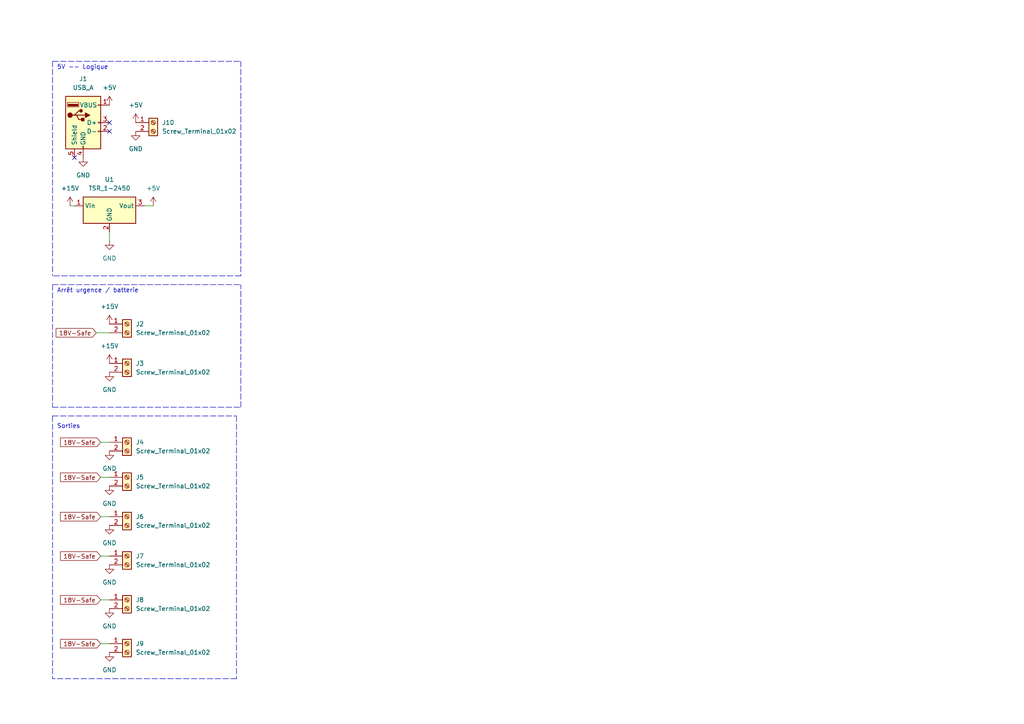
<source format=kicad_sch>
(kicad_sch (version 20211123) (generator eeschema)
  (paper "A4")
  (lib_symbols
    (symbol "Connector:Screw_Terminal_01x02" (pin_names (offset 1.016) hide)
      (property "Reference" "J" (at 0 2.54 0))
      (property "Value" "Screw_Terminal_01x02" (at 0 -5.08 0))
      (symbol "Screw_Terminal_01x02_1_1"
        (rectangle (start -1.27 1.27) (end 1.27 -3.81) (stroke (width 0.254)) (fill (type background)))
        (circle (center 0 -2.54) (radius 0.635) (stroke (width 0.1524)))
        (polyline (pts (xy -0.5334 -2.2098) (xy 0.3302 -3.048)) (stroke (width 0.1524)))
        (polyline (pts (xy -0.5334 0.3302) (xy 0.3302 -0.508)) (stroke (width 0.1524)))
        (polyline (pts (xy -0.3556 -2.032) (xy 0.508 -2.8702)) (stroke (width 0.1524)))
        (polyline (pts (xy -0.3556 0.508) (xy 0.508 -0.3302)) (stroke (width 0.1524)))
        (circle (center 0 0) (radius 0.635) (stroke (width 0.1524)))
        (pin passive line (at -5.08 0 0) (length 3.81) (name "Pin_1") (number "1"))
        (pin passive line (at -5.08 -2.54 0) (length 3.81) (name "Pin_2") (number "2"))
      )
    )
    (symbol "Connector:USB_A" (pin_names (offset 1.016))
      (property "Reference" "J" (at -5.08 11.43 0))
      (property "Value" "USB_A" (at -5.08 8.89 0))
      (symbol "USB_A_0_1"
        (rectangle (start -5.08 -7.62) (end 5.08 7.62) (stroke (width 0.254)) (fill (type background)))
        (circle (center -3.81 2.159) (radius 0.635) (stroke (width 0.254)) (fill (type outline)))
        (rectangle (start -1.524 4.826) (end -4.318 5.334) (fill (type outline)))
        (rectangle (start -1.27 4.572) (end -4.572 5.842))
        (circle (center -0.635 3.429) (radius 0.381) (stroke (width 0.254)) (fill (type outline)))
        (rectangle (start -0.127 -7.62) (end 0.127 -6.858))
        (polyline (pts (xy -3.175 2.159) (xy -2.54 2.159) (xy -1.27 3.429) (xy -0.635 3.429)) (stroke (width 0.254)))
        (polyline (pts (xy -2.54 2.159) (xy -1.905 2.159) (xy -1.27 0.889) (xy 0 0.889)) (stroke (width 0.254)))
        (polyline (pts (xy 0.635 2.794) (xy 0.635 1.524) (xy 1.905 2.159) (xy 0.635 2.794)) (stroke (width 0.254)) (fill (type outline)))
        (rectangle (start 0.254 1.27) (end -0.508 0.508) (stroke (width 0.254)) (fill (type outline)))
        (rectangle (start 5.08 -2.667) (end 4.318 -2.413))
        (rectangle (start 5.08 -0.127) (end 4.318 0.127))
        (rectangle (start 5.08 4.953) (end 4.318 5.207))
      )
      (symbol "USB_A_1_1"
        (polyline (pts (xy -1.905 2.159) (xy 0.635 2.159)) (stroke (width 0.254)))
        (pin power_in line (at 7.62 5.08 180) (length 2.54) (name "VBUS") (number "1"))
        (pin bidirectional line (at 7.62 -2.54 180) (length 2.54) (name "D-") (number "2"))
        (pin bidirectional line (at 7.62 0 180) (length 2.54) (name "D+") (number "3"))
        (pin power_in line (at 0 -10.16 90) (length 2.54) (name "GND") (number "4"))
        (pin passive line (at -2.54 -10.16 90) (length 2.54) (name "Shield") (number "5"))
      )
    )
    (symbol "Regulator_Switching:TSR_1-2450"
      (property "Reference" "U" (at -7.62 6.35 0))
      (property "Value" "TSR_1-2450" (at -1.27 6.35 0))
      (symbol "TSR_1-2450_0_1"
        (rectangle (start -7.62 5.08) (end 7.62 -2.54) (stroke (width 0.254)) (fill (type background)))
      )
      (symbol "TSR_1-2450_1_1"
        (pin power_in line (at -10.16 2.54 0) (length 2.54) (name "Vin") (number "1"))
        (pin power_in line (at 0 -5.08 90) (length 2.54) (name "GND") (number "2"))
        (pin power_out line (at 10.16 2.54 180) (length 2.54) (name "Vout") (number "3"))
      )
    )
    (symbol "power:+15V" (power) (pin_names (offset 0))
      (property "Value" "+15V" (at 0 3.556 0))
      (symbol "+15V_0_1"
        (polyline (pts (xy -0.762 1.27) (xy 0 2.54)))
        (polyline (pts (xy 0 0) (xy 0 2.54)))
        (polyline (pts (xy 0 2.54) (xy 0.762 1.27)))
      )
      (symbol "+15V_1_1"
        (pin power_in line (at 0 0 90) (length 0) hide (name "+15V") (number "1"))
      )
    )
    (symbol "power:+5V" (power) (pin_names (offset 0))
      (property "Value" "+5V" (at 0 3.556 0))
      (symbol "+5V_0_1"
        (polyline (pts (xy -0.762 1.27) (xy 0 2.54)))
        (polyline (pts (xy 0 0) (xy 0 2.54)))
        (polyline (pts (xy 0 2.54) (xy 0.762 1.27)))
      )
      (symbol "+5V_1_1"
        (pin power_in line (at 0 0 90) (length 0) hide (name "+5V") (number "1"))
      )
    )
    (symbol "power:GND" (power) (pin_names (offset 0))
      (property "Value" "GND" (at 0 -3.81 0))
      (symbol "GND_0_1"
        (polyline (pts (xy 0 0) (xy 0 -1.27) (xy 1.27 -1.27) (xy 0 -2.54) (xy -1.27 -1.27) (xy 0 -1.27)))
      )
      (symbol "GND_1_1"
        (pin power_in line (at 0 0 270) (length 0) hide (name "GND") (number "1"))
      )
    )
  )
  (no_connect (at 31.75 35.56))
  (no_connect (at 21.59 45.72))
  (no_connect (at 31.75 38.1))
  (wire (pts (xy 27.94 96.52) (xy 31.75 96.52)))
  (wire (pts (xy 41.91 59.69) (xy 44.45 59.69)))
  (polyline (pts (xy 15.24 120.65) (xy 68.58 120.65)))
  (polyline (pts (xy 15.24 82.55) (xy 69.85 82.55)))
  (polyline (pts (xy 15.24 120.65) (xy 15.24 196.85)))
  (wire (pts (xy 29.21 161.29) (xy 31.75 161.29)))
  (wire (pts (xy 31.75 67.31) (xy 31.75 69.85)))
  (polyline (pts (xy 15.24 17.78) (xy 15.24 80.01)))
  (wire (pts (xy 29.21 149.86) (xy 31.75 149.86)))
  (polyline (pts (xy 15.24 17.78) (xy 69.85 17.78)))
  (polyline (pts (xy 69.85 17.78) (xy 69.85 80.01)))
  (wire (pts (xy 29.21 138.43) (xy 31.75 138.43)))
  (polyline (pts (xy 15.24 118.11) (xy 69.85 118.11)))
  (wire (pts (xy 29.21 186.69) (xy 31.75 186.69)))
  (polyline (pts (xy 15.24 82.55) (xy 15.24 118.11)))
  (polyline (pts (xy 68.58 120.65) (xy 68.58 196.85)))
  (wire (pts (xy 20.32 59.69) (xy 21.59 59.69)))
  (wire (pts (xy 29.21 173.99) (xy 31.75 173.99)))
  (wire (pts (xy 29.21 128.27) (xy 31.75 128.27)))
  (polyline (pts (xy 69.85 80.01) (xy 15.24 80.01)))
  (polyline (pts (xy 69.85 118.11) (xy 69.85 82.55)))
  (polyline (pts (xy 68.58 196.85) (xy 15.24 196.85)))
  (text "Sorties" (at 16.51 124.46 0) (effects (font (size 1.27 1.27)) (justify left bottom)))
  (text "Arrêt urgence / batterie" (at 16.51 85.09 0) (effects (font (size 1.27 1.27)) (justify left bottom)))
  (text "5V -- Logique" (at 16.51 20.32 0) (effects (font (size 1.27 1.27)) (justify left bottom)))
  (global_label "18V-Safe" (shape input) (at 29.21 173.99 180) (property "Références Inter-Feuilles" "${INTERSHEET_REFS}" (effects hide)))
  (global_label "18V-Safe" (shape input) (at 29.21 161.29 180) (property "Références Inter-Feuilles" "${INTERSHEET_REFS}" (effects hide)))
  (global_label "18V-Safe" (shape input) (at 27.94 96.52 180) (property "Références Inter-Feuilles" "${INTERSHEET_REFS}" (effects hide)))
  (global_label "18V-Safe" (shape input) (at 29.21 186.69 180) (property "Références Inter-Feuilles" "${INTERSHEET_REFS}" (effects hide)))
  (global_label "18V-Safe" (shape input) (at 29.21 149.86 180) (property "Références Inter-Feuilles" "${INTERSHEET_REFS}" (effects hide)))
  (global_label "18V-Safe" (shape input) (at 29.21 138.43 180) (property "Références Inter-Feuilles" "${INTERSHEET_REFS}" (effects hide)))
  (global_label "18V-Safe" (shape input) (at 29.21 128.27 180) (property "Références Inter-Feuilles" "${INTERSHEET_REFS}" (effects hide)))
  (symbol (lib_id "Connector:Screw_Terminal_01x02") (at 36.83 161.29 0) (unit 1)
    (property "Reference" "J7" (at 39.37 161.2899 0) (effects (justify left)))
    (property "Value" "Screw_Terminal_01x02" (at 39.37 163.8299 0) (effects (justify left)))
    (property "Footprint" "TerminalBlock_Altech:Altech_AK300_1x02_P5.00mm_45-Degree" (effects hide))
  )
  (symbol (lib_id "power:GND") (at 31.75 176.53 0) (unit 1)
    (property "Reference" "#PWR012" (effects hide))
    (property "Value" "GND" (at 31.75 181.61 0))
  )
  (symbol (lib_id "Connector:Screw_Terminal_01x02") (at 36.83 138.43 0) (unit 1)
    (property "Reference" "J5" (at 39.37 138.4299 0) (effects (justify left)))
    (property "Value" "Screw_Terminal_01x02" (at 39.37 140.9699 0) (effects (justify left)))
    (property "Footprint" "TerminalBlock_Altech:Altech_AK300_1x02_P5.00mm_45-Degree" (effects hide))
  )
  (symbol (lib_id "Connector:Screw_Terminal_01x02") (at 36.83 149.86 0) (unit 1)
    (property "Reference" "J6" (at 39.37 149.8599 0) (effects (justify left)))
    (property "Value" "Screw_Terminal_01x02" (at 39.37 152.3999 0) (effects (justify left)))
    (property "Footprint" "TerminalBlock_Altech:Altech_AK300_1x02_P5.00mm_45-Degree" (effects hide))
  )
  (symbol (lib_id "Connector:Screw_Terminal_01x02") (at 44.45 35.56 0) (unit 1)
    (property "Reference" "J10" (at 46.99 35.5599 0) (effects (justify left)))
    (property "Value" "Screw_Terminal_01x02" (at 46.99 38.0999 0) (effects (justify left)))
    (property "Footprint" "TerminalBlock_Altech:Altech_AK300_1x02_P5.00mm_45-Degree" (effects hide))
  )
  (symbol (lib_id "power:+15V") (at 20.32 59.69 0) (unit 1)
    (property "Reference" "#PWR01" (effects hide))
    (property "Value" "+15V" (at 20.32 54.61 0))
  )
  (symbol (lib_id "power:+15V") (at 31.75 105.41 0) (unit 1)
    (property "Reference" "#PWR06" (effects hide))
    (property "Value" "+15V" (at 31.75 100.33 0))
  )
  (symbol (lib_id "power:+5V") (at 39.37 35.56 0) (unit 1)
    (property "Reference" "#PWR014" (effects hide))
    (property "Value" "+5V" (at 39.37 30.48 0))
  )
  (symbol (lib_id "power:GND") (at 31.75 107.95 0) (unit 1)
    (property "Reference" "#PWR07" (effects hide))
    (property "Value" "GND" (at 31.75 113.03 0))
  )
  (symbol (lib_id "Connector:Screw_Terminal_01x02") (at 36.83 105.41 0) (unit 1)
    (property "Reference" "J3" (at 39.37 105.4099 0) (effects (justify left)))
    (property "Value" "Screw_Terminal_01x02" (at 39.37 107.9499 0) (effects (justify left)))
    (property "Footprint" "TerminalBlock_Altech:Altech_AK300_1x02_P5.00mm_45-Degree" (effects hide))
  )
  (symbol (lib_id "power:+5V") (at 31.75 30.48 0) (unit 1)
    (property "Reference" "#PWR03" (effects hide))
    (property "Value" "+5V" (at 31.75 25.4 0))
  )
  (symbol (lib_id "Connector:Screw_Terminal_01x02") (at 36.83 128.27 0) (unit 1)
    (property "Reference" "J4" (at 39.37 128.2699 0) (effects (justify left)))
    (property "Value" "Screw_Terminal_01x02" (at 39.37 130.8099 0) (effects (justify left)))
    (property "Footprint" "TerminalBlock_Altech:Altech_AK300_1x02_P5.00mm_45-Degree" (effects hide))
  )
  (symbol (lib_id "power:+15V") (at 31.75 93.98 0) (unit 1)
    (property "Reference" "#PWR05" (effects hide))
    (property "Value" "+15V" (at 31.75 88.9 0))
  )
  (symbol (lib_id "power:GND") (at 31.75 152.4 0) (unit 1)
    (property "Reference" "#PWR010" (effects hide))
    (property "Value" "GND" (at 31.75 157.48 0))
  )
  (symbol (lib_id "power:+5V") (at 44.45 59.69 0) (unit 1)
    (property "Reference" "#PWR016" (effects hide))
    (property "Value" "+5V" (at 44.45 54.61 0))
  )
  (symbol (lib_id "power:GND") (at 31.75 189.23 0) (unit 1)
    (property "Reference" "#PWR013" (effects hide))
    (property "Value" "GND" (at 31.75 194.31 0))
  )
  (symbol (lib_id "Connector:Screw_Terminal_01x02") (at 36.83 186.69 0) (unit 1)
    (property "Reference" "J9" (at 39.37 186.6899 0) (effects (justify left)))
    (property "Value" "Screw_Terminal_01x02" (at 39.37 189.2299 0) (effects (justify left)))
    (property "Footprint" "TerminalBlock_Altech:Altech_AK300_1x02_P5.00mm_45-Degree" (effects hide))
  )
  (symbol (lib_id "power:GND") (at 39.37 38.1 0) (unit 1)
    (property "Reference" "#PWR015" (effects hide))
    (property "Value" "GND" (at 39.37 43.18 0))
  )
  (symbol (lib_id "power:GND") (at 31.75 140.97 0) (unit 1)
    (property "Reference" "#PWR09" (effects hide))
    (property "Value" "GND" (at 31.75 146.05 0))
  )
  (symbol (lib_id "Regulator_Switching:TSR_1-2450") (at 31.75 62.23 0) (unit 1)
    (property "Reference" "U1" (at 31.75 52.07 0))
    (property "Value" "TSR_1-2450" (at 31.75 54.61 0))
    (property "Footprint" "Converter_DCDC:Converter_DCDC_TRACO_TSR-1_THT" (effects hide))
    (property "Datasheet" "http://www.tracopower.com/products/tsr1.pdf" (effects hide))
  )
  (symbol (lib_id "power:GND") (at 24.13 45.72 0) (unit 1)
    (property "Reference" "#PWR02" (effects hide))
    (property "Value" "GND" (at 24.13 50.8 0))
  )
  (symbol (lib_id "Connector:Screw_Terminal_01x02") (at 36.83 173.99 0) (unit 1)
    (property "Reference" "J8" (at 39.37 173.9899 0) (effects (justify left)))
    (property "Value" "Screw_Terminal_01x02" (at 39.37 176.5299 0) (effects (justify left)))
    (property "Footprint" "TerminalBlock_Altech:Altech_AK300_1x02_P5.00mm_45-Degree" (effects hide))
  )
  (symbol (lib_id "power:GND") (at 31.75 69.85 0) (unit 1)
    (property "Reference" "#PWR04" (effects hide))
    (property "Value" "GND" (at 31.75 74.93 0))
  )
  (symbol (lib_id "power:GND") (at 31.75 130.81 0) (unit 1)
    (property "Reference" "#PWR08" (effects hide))
    (property "Value" "GND" (at 31.75 135.89 0))
  )
  (symbol (lib_id "Connector:Screw_Terminal_01x02") (at 36.83 93.98 0) (unit 1)
    (property "Reference" "J2" (at 39.37 93.9799 0) (effects (justify left)))
    (property "Value" "Screw_Terminal_01x02" (at 39.37 96.5199 0) (effects (justify left)))
    (property "Footprint" "TerminalBlock_Altech:Altech_AK300_1x02_P5.00mm_45-Degree" (effects hide))
  )
  (symbol (lib_id "Connector:USB_A") (at 24.13 35.56 0) (unit 1)
    (property "Reference" "J1" (at 24.13 22.86 0))
    (property "Value" "USB_A" (at 24.13 25.4 0))
    (property "Footprint" "Connector_USB:USB_A_Molex_67643_Horizontal" (effects hide))
    (property "Datasheet" " ~" (effects hide))
  )
  (symbol (lib_id "power:GND") (at 31.75 163.83 0) (unit 1)
    (property "Reference" "#PWR011" (effects hide))
    (property "Value" "GND" (at 31.75 168.91 0))
  )
)
</source>
